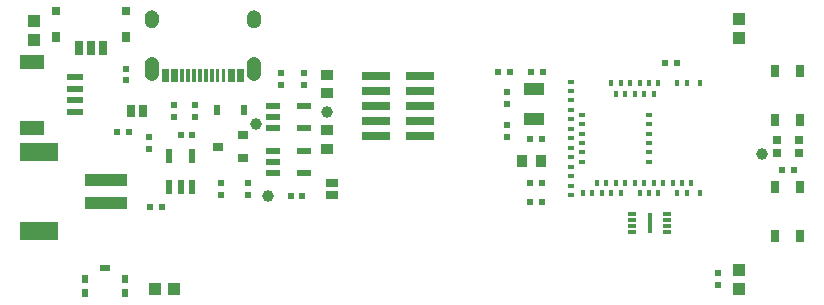
<source format=gtp>
G04 Layer: TopPasteMaskLayer*
G04 EasyEDA Pro v2.2.34.8, 2025-03-03 01:04:46*
G04 Gerber Generator version 0.3*
G04 Scale: 100 percent, Rotated: No, Reflected: No*
G04 Dimensions in millimeters*
G04 Leading zeros omitted, absolute positions, 4 integers and 5 decimals*
%FSLAX45Y45*%
%MOMM*%
%AMRoundRect*1,1,$1,$2,$3*1,1,$1,$4,$5*1,1,$1,0-$2,0-$3*1,1,$1,0-$4,0-$5*20,1,$1,$2,$3,$4,$5,0*20,1,$1,$4,$5,0-$2,0-$3,0*20,1,$1,0-$2,0-$3,0-$4,0-$5,0*20,1,$1,0-$4,0-$5,$2,$3,0*4,1,4,$2,$3,$4,$5,0-$2,0-$3,0-$4,0-$5,$2,$3,0*%
%ADD10R,0.6X0.6*%
%ADD11R,0.40005X0.59995*%
%ADD12R,0.59995X0.40005*%
%ADD13R,0.40005X0.59995*%
%ADD14R,0.59995X0.40005*%
%ADD15RoundRect,1.0X0.0X0.0X0.0X0.0*%
%ADD16R,0.6X0.6*%
%ADD17R,0.6623X1.0*%
%ADD18R,0.6604X1.0*%
%ADD19R,1.0X0.6604*%
%ADD20R,0.7X1.3*%
%ADD21R,0.75001X0.9*%
%ADD22R,0.75001X0.7*%
%ADD23R,0.6X0.6*%
%ADD24R,3.6X1.0*%
%ADD25R,3.28X1.5*%
%ADD26R,2.0X1.1999*%
%ADD27R,1.35001X0.59995*%
%ADD28R,0.65X1.05*%
%ADD29R,0.54991X1.1999*%
%ADD30R,0.6X0.6*%
%ADD31R,0.62992X0.83007*%
%ADD32R,1.0X0.95*%
%ADD33R,1.0X0.95*%
%ADD34R,1.1999X0.54991*%
%ADD35R,0.7X0.3*%
%ADD36R,0.4X1.8*%
%ADD37R,0.95X1.0*%
%ADD38R,0.95X1.0*%
%ADD39R,0.89992X0.8001*%
%ADD40R,1.8001X1.0*%
%ADD41R,0.70002X0.70002*%
%ADD42R,1.0X1.0*%
%ADD43R,1.0X1.0*%
%ADD44R,2.37998X0.7399*%
%ADD45R,1.0X1.0*%
%ADD46R,0.5X0.8*%
%ADD47R,0.9X0.5*%
%ADD48R,0.5X0.8*%
G75*


G04 PolygonModel Start*
G36*
G01X1447993Y1987496D02*
G01X1447993Y1877496D01*
G01X1477995Y1877496D01*
G01X1477995Y1987496D01*
G01X1447993Y1987496D01*
G37*
G36*
G01X1427983Y1877496D02*
G01X1427983Y1987496D01*
G01X1397980Y1987496D01*
G01X1397980Y1877496D01*
G01X1427983Y1877496D01*
G37*
G36*
G01X1938002Y1877496D02*
G01X1938002Y1987496D01*
G01X1878002Y1987496D01*
G01X1878002Y1877496D01*
G01X1938002Y1877496D01*
G37*
G36*
G01X1498005Y1987496D02*
G01X1498005Y1877496D01*
G01X1528008Y1877496D01*
G01X1528008Y1987496D01*
G01X1498005Y1987496D01*
G37*
G36*
G01X1377983Y1877496D02*
G01X1377983Y1987496D01*
G01X1317983Y1987496D01*
G01X1317983Y1877496D01*
G01X1377983Y1877496D01*
G37*
G36*
G01X1237998Y1987496D02*
G01X1237998Y1877496D01*
G01X1297998Y1877496D01*
G01X1297998Y1987496D01*
G01X1237998Y1987496D01*
G37*
G36*
G01X1547993Y1987496D02*
G01X1547993Y1877496D01*
G01X1577995Y1877496D01*
G01X1577995Y1987496D01*
G01X1547993Y1987496D01*
G37*
G36*
G01X1598005Y1987496D02*
G01X1598005Y1877496D01*
G01X1628008Y1877496D01*
G01X1628008Y1987496D01*
G01X1598005Y1987496D01*
G37*
G36*
G01X1857992Y1877496D02*
G01X1857992Y1987496D01*
G01X1797992Y1987496D01*
G01X1797992Y1877496D01*
G01X1857992Y1877496D01*
G37*
G36*
G01X1647992Y1987496D02*
G01X1647992Y1877496D01*
G01X1677995Y1877496D01*
G01X1677995Y1987496D01*
G01X1647992Y1987496D01*
G37*
G36*
G01X1697980Y1987496D02*
G01X1697980Y1877496D01*
G01X1727982Y1877496D01*
G01X1727982Y1987496D01*
G01X1697980Y1987496D01*
G37*
G36*
G01X1747992Y1987496D02*
G01X1747992Y1877496D01*
G01X1777995Y1877496D01*
G01X1777995Y1987496D01*
G01X1747992Y1987496D01*
G37*
G36*
G01X1151019Y1887656D02*
G01X1154006Y1887506D01*
G01X1156998Y1887506D01*
G01X1159985Y1887656D01*
G01X1162962Y1887953D01*
G01X1165921Y1888400D01*
G01X1168852Y1888992D01*
G01X1171753Y1889731D01*
G01X1174610Y1890613D01*
G01X1177422Y1891636D01*
G01X1180178Y1892797D01*
G01X1182875Y1894095D01*
G01X1185502Y1895528D01*
G01X1188054Y1897087D01*
G01X1190526Y1898771D01*
G01X1192911Y1900580D01*
G01X1195202Y1902502D01*
G01X1197396Y1904537D01*
G01X1199484Y1906678D01*
G01X1201465Y1908921D01*
G01X1203330Y1911260D01*
G01X1205075Y1913689D01*
G01X1206698Y1916203D01*
G01X1208194Y1918794D01*
G01X1209560Y1921456D01*
G01X1210790Y1924181D01*
G01X1211882Y1926968D01*
G01X1212837Y1929802D01*
G01X1213647Y1932683D01*
G01X1214313Y1935599D01*
G01X1214831Y1938545D01*
G01X1215204Y1941514D01*
G01X1215428Y1944499D01*
G01X1215502Y1947488D01*
G01X1215502Y2027488D01*
G01X1215428Y2030478D01*
G01X1215204Y2033462D01*
G01X1214831Y2036432D01*
G01X1214313Y2039378D01*
G01X1213647Y2042294D01*
G01X1212837Y2045174D01*
G01X1211882Y2048009D01*
G01X1210790Y2050795D01*
G01X1209560Y2053521D01*
G01X1208194Y2056183D01*
G01X1206698Y2058773D01*
G01X1205075Y2061288D01*
G01X1203330Y2063716D01*
G01X1201465Y2066056D01*
G01X1199484Y2068298D01*
G01X1197396Y2070440D01*
G01X1195202Y2072474D01*
G01X1192911Y2074397D01*
G01X1190526Y2076205D01*
G01X1188054Y2077889D01*
G01X1185502Y2079449D01*
G01X1182875Y2080882D01*
G01X1180178Y2082179D01*
G01X1177422Y2083340D01*
G01X1174610Y2084364D01*
G01X1171753Y2085245D01*
G01X1168852Y2085984D01*
G01X1165921Y2086576D01*
G01X1162962Y2087023D01*
G01X1159985Y2087320D01*
G01X1156998Y2087470D01*
G01X1154006Y2087470D01*
G01X1151019Y2087320D01*
G01X1148042Y2087023D01*
G01X1145083Y2086576D01*
G01X1142151Y2085984D01*
G01X1139251Y2085245D01*
G01X1136393Y2084364D01*
G01X1133581Y2083340D01*
G01X1130826Y2082179D01*
G01X1128128Y2080882D01*
G01X1125502Y2079449D01*
G01X1122949Y2077889D01*
G01X1120478Y2076205D01*
G01X1118093Y2074397D01*
G01X1115801Y2072474D01*
G01X1113607Y2070440D01*
G01X1111519Y2068298D01*
G01X1109538Y2066056D01*
G01X1107673Y2063716D01*
G01X1105928Y2061288D01*
G01X1104305Y2058773D01*
G01X1102809Y2056183D01*
G01X1101443Y2053521D01*
G01X1100213Y2050795D01*
G01X1099121Y2048009D01*
G01X1098166Y2045174D01*
G01X1097356Y2042294D01*
G01X1096690Y2039378D01*
G01X1096172Y2036432D01*
G01X1095799Y2033462D01*
G01X1095575Y2030478D01*
G01X1095502Y2027488D01*
G01X1095502Y1947488D01*
G01X1095575Y1944499D01*
G01X1095799Y1941514D01*
G01X1096172Y1938545D01*
G01X1096690Y1935599D01*
G01X1097356Y1932683D01*
G01X1098166Y1929802D01*
G01X1099121Y1926968D01*
G01X1100213Y1924181D01*
G01X1101443Y1921456D01*
G01X1102809Y1918794D01*
G01X1104305Y1916203D01*
G01X1105928Y1913689D01*
G01X1107673Y1911260D01*
G01X1109538Y1908921D01*
G01X1111519Y1906678D01*
G01X1113607Y1904537D01*
G01X1115801Y1902502D01*
G01X1118093Y1900580D01*
G01X1120478Y1898771D01*
G01X1122949Y1897087D01*
G01X1125502Y1895528D01*
G01X1128128Y1894095D01*
G01X1130826Y1892797D01*
G01X1133581Y1891636D01*
G01X1136393Y1890613D01*
G01X1139251Y1889731D01*
G01X1142151Y1888992D01*
G01X1145083Y1888400D01*
G01X1148042Y1887953D01*
G01X1151019Y1887656D01*
G37*
G36*
G01X2021995Y1887506D02*
G01X2024982Y1887656D01*
G01X2027959Y1887953D01*
G01X2030918Y1888400D01*
G01X2033849Y1888992D01*
G01X2036750Y1889731D01*
G01X2039607Y1890613D01*
G01X2042419Y1891636D01*
G01X2045175Y1892797D01*
G01X2047872Y1894095D01*
G01X2050499Y1895528D01*
G01X2053051Y1897087D01*
G01X2055523Y1898771D01*
G01X2057908Y1900580D01*
G01X2060199Y1902502D01*
G01X2062393Y1904537D01*
G01X2064481Y1906678D01*
G01X2066462Y1908921D01*
G01X2068327Y1911260D01*
G01X2070072Y1913689D01*
G01X2071695Y1916203D01*
G01X2073191Y1918794D01*
G01X2074557Y1921456D01*
G01X2075787Y1924181D01*
G01X2076879Y1926968D01*
G01X2077834Y1929802D01*
G01X2078644Y1932683D01*
G01X2079310Y1935599D01*
G01X2079828Y1938545D01*
G01X2080201Y1941514D01*
G01X2080425Y1944499D01*
G01X2080499Y1947488D01*
G01X2080499Y2027488D01*
G01X2080425Y2030478D01*
G01X2080201Y2033462D01*
G01X2079828Y2036432D01*
G01X2079310Y2039378D01*
G01X2078644Y2042294D01*
G01X2077834Y2045174D01*
G01X2076879Y2048009D01*
G01X2075787Y2050795D01*
G01X2074557Y2053521D01*
G01X2073191Y2056183D01*
G01X2071695Y2058773D01*
G01X2070072Y2061288D01*
G01X2068327Y2063716D01*
G01X2066462Y2066056D01*
G01X2064481Y2068298D01*
G01X2062393Y2070440D01*
G01X2060199Y2072474D01*
G01X2057908Y2074397D01*
G01X2055523Y2076205D01*
G01X2053051Y2077889D01*
G01X2050499Y2079449D01*
G01X2047872Y2080882D01*
G01X2045175Y2082179D01*
G01X2042419Y2083340D01*
G01X2039607Y2084364D01*
G01X2036750Y2085245D01*
G01X2033849Y2085984D01*
G01X2030918Y2086576D01*
G01X2027959Y2087023D01*
G01X2024982Y2087320D01*
G01X2021995Y2087470D01*
G01X2019003Y2087470D01*
G01X2016016Y2087320D01*
G01X2013039Y2087023D01*
G01X2010080Y2086576D01*
G01X2007148Y2085984D01*
G01X2004248Y2085245D01*
G01X2001390Y2084364D01*
G01X1998578Y2083340D01*
G01X1995823Y2082179D01*
G01X1993125Y2080882D01*
G01X1990499Y2079449D01*
G01X1987946Y2077889D01*
G01X1985475Y2076205D01*
G01X1983090Y2074397D01*
G01X1980798Y2072474D01*
G01X1978604Y2070440D01*
G01X1976516Y2068298D01*
G01X1974535Y2066056D01*
G01X1972670Y2063716D01*
G01X1970925Y2061288D01*
G01X1969302Y2058773D01*
G01X1967806Y2056183D01*
G01X1966440Y2053521D01*
G01X1965210Y2050795D01*
G01X1964118Y2048009D01*
G01X1963163Y2045174D01*
G01X1962353Y2042294D01*
G01X1961687Y2039378D01*
G01X1961169Y2036432D01*
G01X1960796Y2033462D01*
G01X1960572Y2030478D01*
G01X1960499Y2027488D01*
G01X1960499Y1947488D01*
G01X1960572Y1944499D01*
G01X1960796Y1941514D01*
G01X1961169Y1938545D01*
G01X1961687Y1935599D01*
G01X1962353Y1932683D01*
G01X1963163Y1929802D01*
G01X1964118Y1926968D01*
G01X1965210Y1924181D01*
G01X1966440Y1921456D01*
G01X1967806Y1918794D01*
G01X1969302Y1916203D01*
G01X1970925Y1913689D01*
G01X1972670Y1911260D01*
G01X1974535Y1908921D01*
G01X1976516Y1906678D01*
G01X1978604Y1904537D01*
G01X1980798Y1902502D01*
G01X1983090Y1900580D01*
G01X1985475Y1898771D01*
G01X1987946Y1897087D01*
G01X1990499Y1895528D01*
G01X1993125Y1894095D01*
G01X1995823Y1892797D01*
G01X1998578Y1891636D01*
G01X2001390Y1890613D01*
G01X2004248Y1889731D01*
G01X2007148Y1888992D01*
G01X2010080Y1888400D01*
G01X2013039Y1887953D01*
G01X2016016Y1887656D01*
G01X2019003Y1887506D01*
G01X2021995Y1887506D01*
G37*
G36*
G01X2016016Y2332672D02*
G01X2019003Y2332522D01*
G01X2021995Y2332522D01*
G01X2024982Y2332672D01*
G01X2027959Y2332969D01*
G01X2030918Y2333416D01*
G01X2033849Y2334008D01*
G01X2036750Y2334747D01*
G01X2039607Y2335628D01*
G01X2042419Y2336652D01*
G01X2045175Y2337813D01*
G01X2047872Y2339111D01*
G01X2050499Y2340543D01*
G01X2053051Y2342103D01*
G01X2055523Y2343787D01*
G01X2057908Y2345595D01*
G01X2060199Y2347518D01*
G01X2062393Y2349553D01*
G01X2064481Y2351694D01*
G01X2066462Y2353937D01*
G01X2068327Y2356276D01*
G01X2070072Y2358704D01*
G01X2071695Y2361219D01*
G01X2073191Y2363810D01*
G01X2074557Y2366472D01*
G01X2075787Y2369197D01*
G01X2076879Y2371983D01*
G01X2077834Y2374818D01*
G01X2078644Y2377698D01*
G01X2079310Y2380614D01*
G01X2079828Y2383561D01*
G01X2080201Y2386530D01*
G01X2080425Y2389514D01*
G01X2080499Y2392504D01*
G01X2080499Y2422504D01*
G01X2080425Y2425493D01*
G01X2080201Y2428478D01*
G01X2079828Y2431447D01*
G01X2079310Y2434394D01*
G01X2078644Y2437310D01*
G01X2077834Y2440190D01*
G01X2076879Y2443025D01*
G01X2075787Y2445811D01*
G01X2074557Y2448536D01*
G01X2073191Y2451198D01*
G01X2071695Y2453789D01*
G01X2070072Y2456304D01*
G01X2068327Y2458732D01*
G01X2066462Y2461071D01*
G01X2064481Y2463314D01*
G01X2062393Y2465455D01*
G01X2060199Y2467490D01*
G01X2057908Y2469413D01*
G01X2055523Y2471221D01*
G01X2053051Y2472905D01*
G01X2050499Y2474465D01*
G01X2047872Y2475897D01*
G01X2045175Y2477195D01*
G01X2042419Y2478356D01*
G01X2039607Y2479380D01*
G01X2036750Y2480261D01*
G01X2033849Y2481000D01*
G01X2030918Y2481592D01*
G01X2027959Y2482039D01*
G01X2024982Y2482336D01*
G01X2021995Y2482486D01*
G01X2019003Y2482486D01*
G01X2016016Y2482336D01*
G01X2013039Y2482039D01*
G01X2010080Y2481592D01*
G01X2007148Y2481000D01*
G01X2004248Y2480261D01*
G01X2001390Y2479380D01*
G01X1998578Y2478356D01*
G01X1995823Y2477195D01*
G01X1993125Y2475897D01*
G01X1990499Y2474465D01*
G01X1987946Y2472905D01*
G01X1985475Y2471221D01*
G01X1983090Y2469413D01*
G01X1980798Y2467490D01*
G01X1978604Y2465455D01*
G01X1976516Y2463314D01*
G01X1974535Y2461071D01*
G01X1972670Y2458732D01*
G01X1970925Y2456304D01*
G01X1969302Y2453789D01*
G01X1967806Y2451198D01*
G01X1966440Y2448536D01*
G01X1965210Y2445811D01*
G01X1964118Y2443025D01*
G01X1963163Y2440190D01*
G01X1962353Y2437310D01*
G01X1961687Y2434394D01*
G01X1961169Y2431447D01*
G01X1960796Y2428478D01*
G01X1960572Y2425493D01*
G01X1960499Y2422504D01*
G01X1960499Y2392504D01*
G01X1960572Y2389514D01*
G01X1960796Y2386530D01*
G01X1961169Y2383561D01*
G01X1961687Y2380614D01*
G01X1962353Y2377698D01*
G01X1963163Y2374818D01*
G01X1964118Y2371983D01*
G01X1965210Y2369197D01*
G01X1966440Y2366472D01*
G01X1967806Y2363810D01*
G01X1969302Y2361219D01*
G01X1970925Y2358704D01*
G01X1972670Y2356276D01*
G01X1974535Y2353937D01*
G01X1976516Y2351694D01*
G01X1978604Y2349553D01*
G01X1980798Y2347518D01*
G01X1983090Y2345595D01*
G01X1985475Y2343787D01*
G01X1987946Y2342103D01*
G01X1990499Y2340543D01*
G01X1993125Y2339111D01*
G01X1995823Y2337813D01*
G01X1998578Y2336652D01*
G01X2001390Y2335628D01*
G01X2004248Y2334747D01*
G01X2007148Y2334008D01*
G01X2010080Y2333416D01*
G01X2013039Y2332969D01*
G01X2016016Y2332672D01*
G37*
G36*
G01X1156998Y2332522D02*
G01X1159985Y2332672D01*
G01X1162962Y2332969D01*
G01X1165921Y2333416D01*
G01X1168852Y2334008D01*
G01X1171753Y2334747D01*
G01X1174610Y2335628D01*
G01X1177422Y2336652D01*
G01X1180178Y2337813D01*
G01X1182875Y2339111D01*
G01X1185502Y2340543D01*
G01X1188054Y2342103D01*
G01X1190526Y2343787D01*
G01X1192911Y2345595D01*
G01X1195202Y2347518D01*
G01X1197396Y2349553D01*
G01X1199484Y2351694D01*
G01X1201465Y2353937D01*
G01X1203330Y2356276D01*
G01X1205075Y2358704D01*
G01X1206698Y2361219D01*
G01X1208194Y2363810D01*
G01X1209560Y2366472D01*
G01X1210790Y2369197D01*
G01X1211882Y2371983D01*
G01X1212837Y2374818D01*
G01X1213647Y2377698D01*
G01X1214313Y2380614D01*
G01X1214831Y2383561D01*
G01X1215204Y2386530D01*
G01X1215428Y2389514D01*
G01X1215502Y2392504D01*
G01X1215502Y2422504D01*
G01X1215428Y2425493D01*
G01X1215204Y2428478D01*
G01X1214831Y2431447D01*
G01X1214313Y2434394D01*
G01X1213647Y2437310D01*
G01X1212837Y2440190D01*
G01X1211882Y2443025D01*
G01X1210790Y2445811D01*
G01X1209560Y2448536D01*
G01X1208194Y2451198D01*
G01X1206698Y2453789D01*
G01X1205075Y2456304D01*
G01X1203330Y2458732D01*
G01X1201465Y2461071D01*
G01X1199484Y2463314D01*
G01X1197396Y2465455D01*
G01X1195202Y2467490D01*
G01X1192911Y2469413D01*
G01X1190526Y2471221D01*
G01X1188054Y2472905D01*
G01X1185502Y2474465D01*
G01X1182875Y2475897D01*
G01X1180178Y2477195D01*
G01X1177422Y2478356D01*
G01X1174610Y2479380D01*
G01X1171753Y2480261D01*
G01X1168852Y2481000D01*
G01X1165921Y2481592D01*
G01X1162962Y2482039D01*
G01X1159985Y2482336D01*
G01X1156998Y2482486D01*
G01X1154006Y2482486D01*
G01X1151019Y2482336D01*
G01X1148042Y2482039D01*
G01X1145083Y2481592D01*
G01X1142151Y2481000D01*
G01X1139251Y2480261D01*
G01X1136393Y2479380D01*
G01X1133581Y2478356D01*
G01X1130826Y2477195D01*
G01X1128128Y2475897D01*
G01X1125502Y2474465D01*
G01X1122949Y2472905D01*
G01X1120478Y2471221D01*
G01X1118093Y2469413D01*
G01X1115801Y2467490D01*
G01X1113607Y2465455D01*
G01X1111519Y2463314D01*
G01X1109538Y2461071D01*
G01X1107673Y2458732D01*
G01X1105928Y2456304D01*
G01X1104305Y2453789D01*
G01X1102809Y2451198D01*
G01X1101443Y2448536D01*
G01X1100213Y2445811D01*
G01X1099121Y2443025D01*
G01X1098166Y2440190D01*
G01X1097356Y2437310D01*
G01X1096690Y2434394D01*
G01X1096172Y2431447D01*
G01X1095799Y2428478D01*
G01X1095575Y2425493D01*
G01X1095502Y2422504D01*
G01X1095502Y2392504D01*
G01X1095575Y2389514D01*
G01X1095799Y2386530D01*
G01X1096172Y2383561D01*
G01X1096690Y2380614D01*
G01X1097356Y2377698D01*
G01X1098166Y2374818D01*
G01X1099121Y2371983D01*
G01X1100213Y2369197D01*
G01X1101443Y2366472D01*
G01X1102809Y2363810D01*
G01X1104305Y2361219D01*
G01X1105928Y2358704D01*
G01X1107673Y2356276D01*
G01X1109538Y2353937D01*
G01X1111519Y2351694D01*
G01X1113607Y2349553D01*
G01X1115801Y2347518D01*
G01X1118093Y2345595D01*
G01X1120478Y2343787D01*
G01X1122949Y2342103D01*
G01X1125502Y2340543D01*
G01X1128128Y2339111D01*
G01X1130826Y2337813D01*
G01X1133581Y2336652D01*
G01X1136393Y2335628D01*
G01X1139251Y2334747D01*
G01X1142151Y2334008D01*
G01X1145083Y2333416D01*
G01X1148042Y2332969D01*
G01X1151019Y2332672D01*
G01X1154006Y2332522D01*
G01X1156998Y2332522D01*
G37*

G04 Pad Start*
G54D10*
G01X4360000Y860000D03*
G01X4460000Y860000D03*
G01X4360000Y1020000D03*
G01X4460000Y1020000D03*
G54D11*
G01X5795006Y1864998D03*
G01X5604988Y1864998D03*
G01X5444994Y1864998D03*
G01X5404989Y1775006D03*
G01X5325004Y1775006D03*
G01X5244994Y1775006D03*
G01X5204989Y1864998D03*
G01X5165009Y1775006D03*
G01X5125004Y1864998D03*
G01X5084999Y1775006D03*
G01X5044994Y1864998D03*
G01X5284999Y1864998D03*
G54D12*
G01X4704990Y1880009D03*
G54D13*
G01X5365009Y1864998D03*
G54D12*
G01X4704990Y1799999D03*
G54D13*
G01X5684998Y1864998D03*
G54D12*
G01X4704990Y1719989D03*
G54D14*
G01X4704990Y1640005D03*
G01X4704990Y1559995D03*
G01X4704990Y1480010D03*
G01X4704990Y1400000D03*
G01X4704990Y1319990D03*
G01X4704990Y1240005D03*
G54D12*
G01X4795008Y1519990D03*
G01X4795008Y1440005D03*
G01X4795008Y1359995D03*
G01X4795008Y1280010D03*
G01X4795008Y1200000D03*
G01X4704990Y1000001D03*
G54D14*
G01X4704990Y1159995D03*
G54D12*
G01X4704990Y1080011D03*
G01X4704990Y919991D03*
G54D13*
G01X4804990Y935002D03*
G01X4885000Y935002D03*
G01X4965010Y935002D03*
G01X5004989Y1024994D03*
G01X5084999Y1024994D03*
G01X5044994Y935002D03*
G01X4925005Y1024994D03*
G54D12*
G01X4795008Y1600000D03*
G54D13*
G01X5125004Y935002D03*
G01X5165009Y1024994D03*
G01X5244994Y1024994D03*
G01X5284999Y935002D03*
G01X5325004Y1024994D03*
G01X5365009Y935002D03*
G01X5404989Y1024994D03*
G01X5444994Y935002D03*
G01X5484999Y1024994D03*
G01X5565009Y1024994D03*
G01X5604988Y935002D03*
G01X5644993Y1024994D03*
G01X5684998Y935002D03*
G01X5725003Y1024994D03*
G01X5795006Y935002D03*
G54D12*
G01X5365009Y1600000D03*
G01X5365009Y1519990D03*
G01X5365009Y1440005D03*
G01X5365009Y1359995D03*
G01X5365009Y1280010D03*
G01X5365009Y1200000D03*
G54D15*
G01X6320000Y1270000D03*
G54D16*
G01X4160000Y1410000D03*
G01X4160000Y1510000D03*
G01X4160000Y1690000D03*
G01X4160000Y1790000D03*
G54D15*
G01X2140000Y910000D03*
G01X2040000Y1520000D03*
G01X2640000Y1620000D03*
G54D18*
G01X977930Y1630000D03*
G01X1082070Y1630000D03*
G54D19*
G01X2680000Y917930D03*
G01X2680000Y1022070D03*
G54D20*
G01X740000Y2166495D03*
G01X640000Y2166495D03*
G01X540000Y2166495D03*
G54D21*
G01X342490Y2261491D03*
G54D22*
G01X342490Y2474000D03*
G01X937510Y2474000D03*
G54D21*
G01X937510Y2261491D03*
G54D23*
G01X960000Y1450001D03*
G01X860001Y1450001D03*
G54D24*
G01X769507Y1050000D03*
G01X769507Y850000D03*
G54D25*
G01X200493Y614999D03*
G01X200493Y1285000D03*
G54D26*
G01X141387Y2050010D03*
G54D27*
G01X508900Y1920012D03*
G01X508900Y1820013D03*
G01X508900Y1719987D03*
G01X508900Y1619988D03*
G54D26*
G01X141387Y1489990D03*
G54D28*
G01X6647500Y1967500D03*
G01X6647500Y1552500D03*
G01X6432500Y1967500D03*
G01X6432500Y1552500D03*
G01X6647500Y987500D03*
G01X6647500Y572500D03*
G01X6432500Y987500D03*
G01X6432500Y572500D03*
G54D23*
G01X1500000Y1430000D03*
G01X1400000Y1430000D03*
G54D16*
G01X1340000Y1580000D03*
G01X1340000Y1680000D03*
G01X1520000Y1580000D03*
G01X1520000Y1680000D03*
G54D29*
G01X1305004Y989977D03*
G01X1400000Y989977D03*
G01X1494996Y989977D03*
G01X1494996Y1250023D03*
G01X1305004Y1250023D03*
G54D30*
G01X1130000Y1410000D03*
G01X1130000Y1310000D03*
G01X1740000Y1020000D03*
G01X1740000Y920000D03*
G54D31*
G01X1935011Y1640000D03*
G01X1704989Y1640000D03*
G54D16*
G01X2440000Y1850000D03*
G01X2440000Y1950000D03*
G01X2250000Y1850000D03*
G01X2250000Y1950000D03*
G54D32*
G01X2640000Y1940000D03*
G54D33*
G01X2640000Y1780000D03*
G54D32*
G01X2640000Y1470000D03*
G54D33*
G01X2640000Y1310000D03*
G54D34*
G01X2179977Y1674996D03*
G01X2179977Y1580000D03*
G01X2179977Y1485004D03*
G01X2440023Y1485004D03*
G01X2440023Y1674996D03*
G01X2179977Y1294996D03*
G01X2179977Y1200000D03*
G01X2179977Y1105004D03*
G01X2440023Y1105004D03*
G01X2440023Y1294996D03*
G54D35*
G01X5517307Y604994D03*
G01X5517307Y655032D03*
G01X5517307Y705019D03*
G01X5517307Y754981D03*
G01X5222667Y754981D03*
G01X5222667Y705019D03*
G01X5222667Y655032D03*
G01X5222667Y604994D03*
G54D36*
G01X5369987Y680000D03*
G54D37*
G01X4290000Y1210000D03*
G54D38*
G01X4450000Y1210000D03*
G54D39*
G01X1930000Y1235004D03*
G01X1719992Y1330000D03*
G01X1930000Y1424996D03*
G54D10*
G01X6490000Y1130000D03*
G01X6590000Y1130000D03*
G54D23*
G01X4460000Y1390000D03*
G01X4360000Y1390000D03*
G54D40*
G01X4390000Y1814993D03*
G01X4390000Y1565007D03*
G54D41*
G01X6631491Y1384991D03*
G01X6631491Y1275009D03*
G01X6448509Y1275009D03*
G01X6448509Y1384991D03*
G54D42*
G01X6130000Y287000D03*
G01X6130000Y127000D03*
G54D43*
G01X160000Y2230000D03*
G01X160000Y2390000D03*
G54D23*
G01X4190000Y1960000D03*
G01X4090000Y1960000D03*
G01X4470000Y1960000D03*
G01X4370000Y1960000D03*
G54D44*
G01X3051989Y1543000D03*
G01X3428011Y1543000D03*
G01X3051989Y1416000D03*
G01X3428011Y1416000D03*
G01X3051989Y1924000D03*
G01X3428011Y1924000D03*
G01X3051989Y1797000D03*
G01X3428011Y1797000D03*
G01X3051989Y1670000D03*
G01X3428011Y1670000D03*
G54D45*
G01X1180000Y120000D03*
G01X1340000Y120000D03*
G54D10*
G01X5500000Y2040000D03*
G01X5600000Y2040000D03*
G54D30*
G01X5950000Y260000D03*
G01X5950000Y160000D03*
G54D46*
G01X590000Y90002D03*
G01X930000Y90002D03*
G01X930000Y210001D03*
G54D47*
G01X760000Y300001D03*
G54D48*
G01X590000Y210001D03*
G54D16*
G01X1970000Y920000D03*
G01X1970000Y1020000D03*
G01X940000Y1890001D03*
G01X940000Y1990001D03*
G54D10*
G01X2330000Y910000D03*
G01X2430000Y910000D03*
G54D43*
G01X6130000Y2253000D03*
G01X6130000Y2413000D03*
G54D23*
G01X1240000Y820000D03*
G01X1140000Y820000D03*
G04 Pad End*

M02*


</source>
